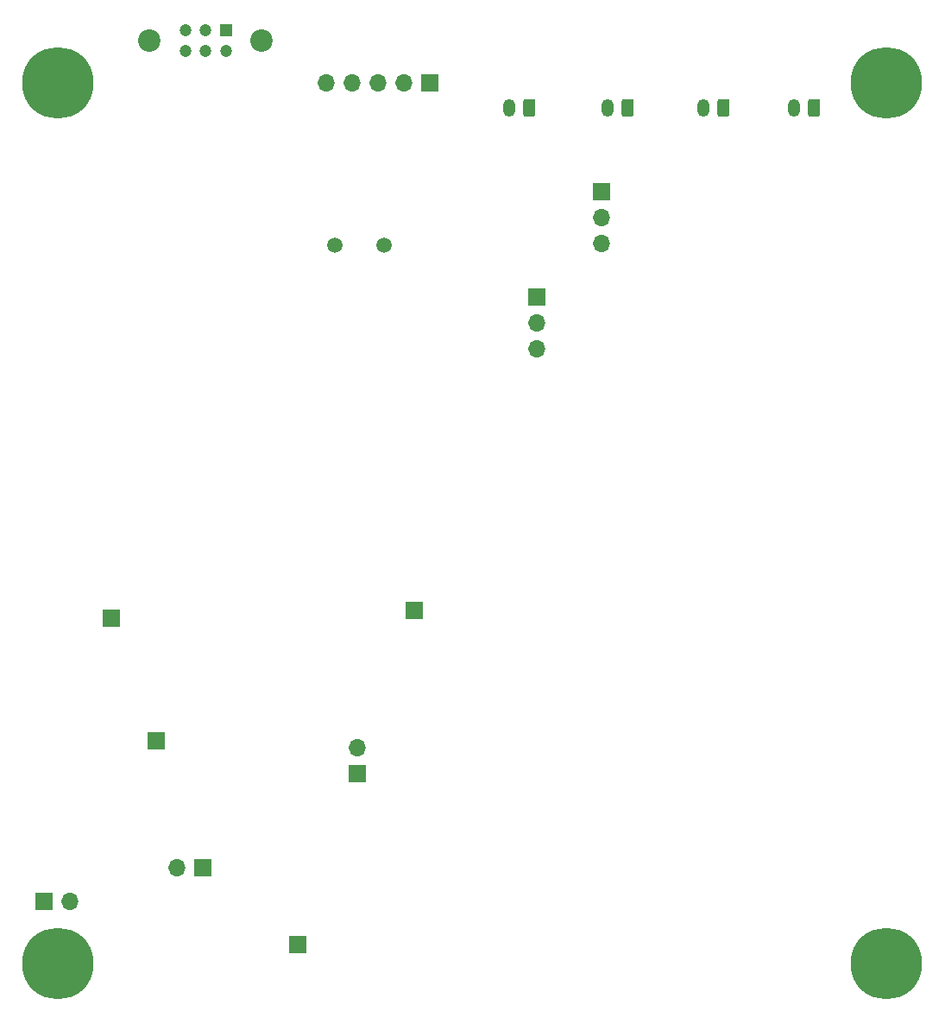
<source format=gbr>
%TF.GenerationSoftware,KiCad,Pcbnew,(5.1.9)-1*%
%TF.CreationDate,2021-06-27T13:52:13-04:00*%
%TF.ProjectId,detector_circuit,64657465-6374-46f7-925f-636972637569,rev?*%
%TF.SameCoordinates,Original*%
%TF.FileFunction,Soldermask,Bot*%
%TF.FilePolarity,Negative*%
%FSLAX46Y46*%
G04 Gerber Fmt 4.6, Leading zero omitted, Abs format (unit mm)*
G04 Created by KiCad (PCBNEW (5.1.9)-1) date 2021-06-27 13:52:13*
%MOMM*%
%LPD*%
G01*
G04 APERTURE LIST*
%ADD10C,7.000000*%
%ADD11C,2.200000*%
%ADD12C,1.200000*%
%ADD13R,1.200000X1.200000*%
%ADD14C,1.500000*%
%ADD15R,1.700000X1.700000*%
%ADD16O,1.700000X1.700000*%
%ADD17O,1.200000X1.750000*%
G04 APERTURE END LIST*
D10*
%TO.C,REF\u002A\u002A*%
X90170000Y-140970000D03*
%TD*%
%TO.C,REF\u002A\u002A*%
X90170000Y-54610000D03*
%TD*%
%TO.C,REF\u002A\u002A*%
X171450000Y-54610000D03*
%TD*%
%TO.C,REF\u002A\u002A*%
X171450000Y-140970000D03*
%TD*%
D11*
%TO.C,J10*%
X110148000Y-50419000D03*
X99148000Y-50419000D03*
D12*
X106648000Y-51419000D03*
X104648000Y-51419000D03*
X102648000Y-51419000D03*
X102648000Y-49419000D03*
D13*
X106648000Y-49419000D03*
D12*
X104648000Y-49419000D03*
%TD*%
D14*
%TO.C,Y1*%
X117294000Y-70485000D03*
X122174000Y-70485000D03*
%TD*%
D15*
%TO.C,J1*%
X126619000Y-54610000D03*
D16*
X124079000Y-54610000D03*
X121539000Y-54610000D03*
X118999000Y-54610000D03*
X116459000Y-54610000D03*
%TD*%
D15*
%TO.C,TP15*%
X113665000Y-139065000D03*
%TD*%
D16*
%TO.C,JP1*%
X119507000Y-119761000D03*
D15*
X119507000Y-122301000D03*
%TD*%
D17*
%TO.C,J6*%
X162338000Y-57023000D03*
G36*
G01*
X164938000Y-56397999D02*
X164938000Y-57648001D01*
G75*
G02*
X164688001Y-57898000I-249999J0D01*
G01*
X163987999Y-57898000D01*
G75*
G02*
X163738000Y-57648001I0J249999D01*
G01*
X163738000Y-56397999D01*
G75*
G02*
X163987999Y-56148000I249999J0D01*
G01*
X164688001Y-56148000D01*
G75*
G02*
X164938000Y-56397999I0J-249999D01*
G01*
G37*
%TD*%
%TO.C,J5*%
X153448000Y-57023000D03*
G36*
G01*
X156048000Y-56397999D02*
X156048000Y-57648001D01*
G75*
G02*
X155798001Y-57898000I-249999J0D01*
G01*
X155097999Y-57898000D01*
G75*
G02*
X154848000Y-57648001I0J249999D01*
G01*
X154848000Y-56397999D01*
G75*
G02*
X155097999Y-56148000I249999J0D01*
G01*
X155798001Y-56148000D01*
G75*
G02*
X156048000Y-56397999I0J-249999D01*
G01*
G37*
%TD*%
%TO.C,J4*%
X144050000Y-57023000D03*
G36*
G01*
X146650000Y-56397999D02*
X146650000Y-57648001D01*
G75*
G02*
X146400001Y-57898000I-249999J0D01*
G01*
X145699999Y-57898000D01*
G75*
G02*
X145450000Y-57648001I0J249999D01*
G01*
X145450000Y-56397999D01*
G75*
G02*
X145699999Y-56148000I249999J0D01*
G01*
X146400001Y-56148000D01*
G75*
G02*
X146650000Y-56397999I0J-249999D01*
G01*
G37*
%TD*%
%TO.C,J3*%
X134398000Y-57023000D03*
G36*
G01*
X136998000Y-56397999D02*
X136998000Y-57648001D01*
G75*
G02*
X136748001Y-57898000I-249999J0D01*
G01*
X136047999Y-57898000D01*
G75*
G02*
X135798000Y-57648001I0J249999D01*
G01*
X135798000Y-56397999D01*
G75*
G02*
X136047999Y-56148000I249999J0D01*
G01*
X136748001Y-56148000D01*
G75*
G02*
X136998000Y-56397999I0J-249999D01*
G01*
G37*
%TD*%
D16*
%TO.C,J9*%
X101854000Y-131572000D03*
D15*
X104394000Y-131572000D03*
%TD*%
%TO.C,TP2*%
X95377000Y-107061000D03*
%TD*%
D16*
%TO.C,JP2*%
X143510000Y-70358000D03*
X143510000Y-67818000D03*
D15*
X143510000Y-65278000D03*
%TD*%
D16*
%TO.C,J7*%
X137160000Y-80645000D03*
X137160000Y-78105000D03*
D15*
X137160000Y-75565000D03*
%TD*%
%TO.C,TP17*%
X99822000Y-119126000D03*
%TD*%
%TO.C,TP1*%
X125095000Y-106299000D03*
%TD*%
D16*
%TO.C,JP5*%
X91313000Y-134874000D03*
D15*
X88773000Y-134874000D03*
%TD*%
M02*

</source>
